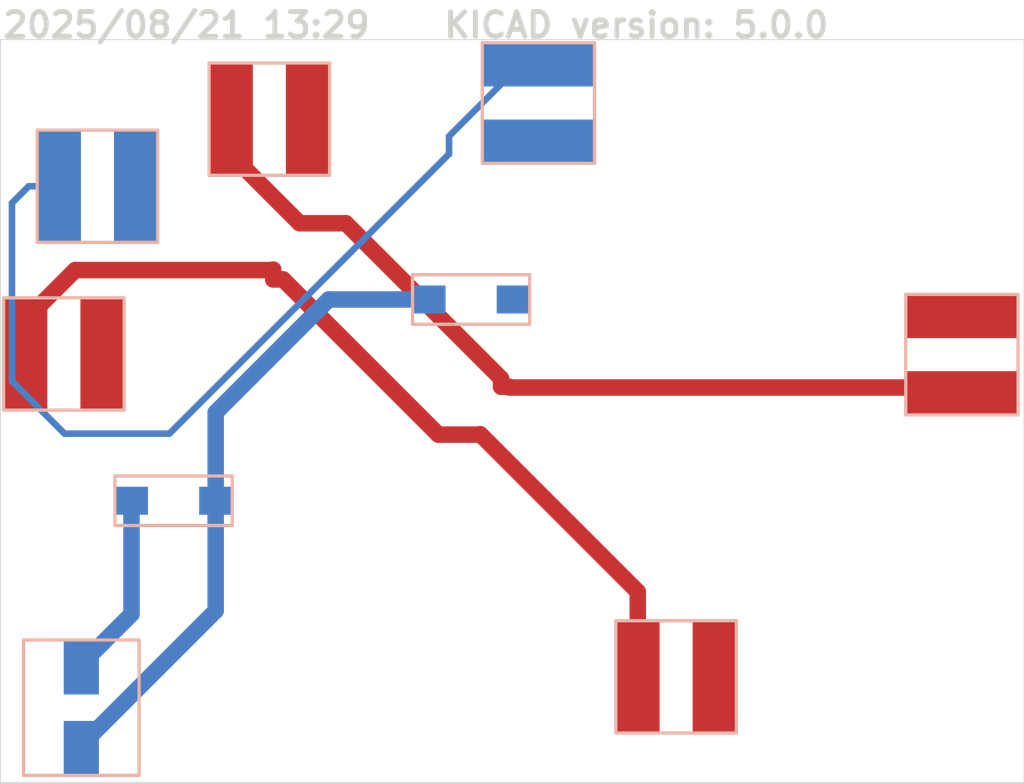
<source format=kicad_pcb>
(kicad_pcb (version 20221018) (generator pcbnew)
  (layers (0 "F.Cu" signal "Top") (31 "B.Cu" signal "Bottom") (34 "B.Paste" user) (35 "F.Paste" user) (36 "B.SilkS" user "B.Silkscreen") (37 "F.SilkS" user "F.Silkscreen") (38 "B.Mask" user) (39 "F.Mask" user) (44 "Edge.Cuts" user))
  (net 0 "")
  (net 1 "Y-")
  (net 2 "W-")
  (net 3 "NetD2_1")
  (net 4 "NetD1_1")
  (net 5 "GND")
  (net 6 "VIN")
  (footprint "MIJI_ADPcbLib.PcbLib:CDRH6D38-3D_30" (layer "B.Cu") (at 102.34683 94.04556 180)
    (fp_text reference 71 hide)
    (fp_text value "" (at 0 0 180) (layer "F.SilkS") (effects (font (size 1.27 1.27))))
    (fp_line (start -3.65 -3.4) (end 3.65 -3.4) (stroke (width 0.2)) (layer "B.SilkS"))
    (fp_line (start -3.65 3.4) (end -3.65 -3.4) (stroke (width 0.2)) (layer "B.SilkS"))
    (fp_line (start 3.65 -3.4) (end 3.65 3.4) (stroke (width 0.2)) (layer "B.SilkS"))
    (fp_line (start 3.65 3.4) (end -3.65 3.4) (stroke (width 0.2)) (layer "B.SilkS"))
    (pad 1 smd rect (at -2.325 0 180) (size 2.65 6.8) (layers "F.Cu" "B.Paste" "B.Mask"))
    (pad 2 smd rect (at 2.325 0 180) (size 2.65 6.8) (layers "F.Cu" "B.Paste" "B.Mask") (net 4 "NetD1_1"))
  )
  (footprint "MIJI_ADPcbLib.PcbLib:SMD-EC6.3X6.3X10_18" (layer "B.Cu") (at 103.40183 115.47156 90)
    (fp_text reference 59 hide)
    (fp_text value "" (at 0 0 90) (layer "F.SilkS") (effects (font (size 1.27 1.27))))
    (fp_line (start -4.1 -3.5) (end 4.1 -3.5) (stroke (width 0.2)) (layer "B.SilkS"))
    (fp_line (start -4.1 3.5) (end -4.1 -3.5) (stroke (width 0.2)) (layer "B.SilkS"))
    (fp_line (start 4.1 -3.5) (end 4.1 3.5) (stroke (width 0.2)) (layer "B.SilkS"))
    (fp_line (start 4.1 3.5) (end -4.1 3.5) (stroke (width 0.2)) (layer "B.SilkS"))
    (pad 1 smd rect (at -2.45 0 270) (size 3.3 2.132) (layers "B.Cu" "B.Paste" "B.Mask") (net 6 "VIN"))
    (pad 2 smd rect (at 2.45 0 270) (size 3.3 2.132) (layers "B.Cu" "B.Paste" "B.Mask") (net 5 "GND"))
  )
  (footprint "MIJI_ADPcbLib.PcbLib:DO-214AC_13" (layer "B.Cu") (at 127.01383 90.74356 180)
    (fp_text reference 54 hide)
    (fp_text value "" (at 0 0 180) (layer "F.SilkS") (effects (font (size 1.27 1.27))))
    (fp_line (start -3.55 -1.5) (end 3.55 -1.5) (stroke (width 0.2)) (layer "B.SilkS"))
    (fp_line (start -3.55 1.5) (end -3.55 -1.5) (stroke (width 0.2)) (layer "B.SilkS"))
    (fp_line (start 3.55 -1.5) (end 3.55 1.5) (stroke (width 0.2)) (layer "B.SilkS"))
    (fp_line (start 3.55 1.5) (end -3.55 1.5) (stroke (width 0.2)) (layer "B.SilkS"))
    (pad 1 smd rect (at 2.55 0) (size 1.999996 1.699997) (layers "B.Cu" "B.Paste" "B.Mask") (net 6 "VIN"))
    (pad 2 smd rect (at -2.55 0) (size 1.999996 1.699997) (layers "B.Cu" "B.Paste" "B.Mask"))
  )
  (footprint "MIJI_ADPcbLib.PcbLib:CDRH6D38-3D_11" (layer "B.Cu") (at 104.37883 83.88556)
    (fp_text reference 52 hide)
    (fp_text value "" (at 0 0) (layer "F.SilkS") (effects (font (size 1.27 1.27))))
    (fp_line (start -3.65 -3.4) (end 3.65 -3.4) (stroke (width 0.2)) (layer "B.SilkS"))
    (fp_line (start -3.65 3.4) (end -3.65 -3.4) (stroke (width 0.2)) (layer "B.SilkS"))
    (fp_line (start 3.65 -3.4) (end 3.65 3.4) (stroke (width 0.2)) (layer "B.SilkS"))
    (fp_line (start 3.65 3.4) (end -3.65 3.4) (stroke (width 0.2)) (layer "B.SilkS"))
    (pad 1 smd rect (at -2.325 0) (size 2.65 6.8) (layers "B.Cu" "B.Paste" "B.Mask") (net 1 "Y-"))
    (pad 2 smd rect (at 2.325 0) (size 2.65 6.8) (layers "B.Cu" "B.Paste" "B.Mask") (net 3 "NetD2_1"))
  )
  (footprint "MIJI_ADPcbLib.PcbLib:CDRH6D38-3D_30" (layer "B.Cu") (at 139.43083 113.60356 180)
    (fp_text reference 71 hide)
    (fp_text value "" (at 0 0 180) (layer "F.SilkS") (effects (font (size 1.27 1.27))))
    (fp_line (start -3.65 -3.4) (end 3.65 -3.4) (stroke (width 0.2)) (layer "B.SilkS"))
    (fp_line (start -3.65 3.4) (end -3.65 -3.4) (stroke (width 0.2)) (layer "B.SilkS"))
    (fp_line (start 3.65 -3.4) (end 3.65 3.4) (stroke (width 0.2)) (layer "B.SilkS"))
    (fp_line (start 3.65 3.4) (end -3.65 3.4) (stroke (width 0.2)) (layer "B.SilkS"))
    (pad 1 smd rect (at -2.325 0 180) (size 2.65 6.8) (layers "F.Cu" "B.Paste" "B.Mask"))
    (pad 2 smd rect (at 2.325 0 180) (size 2.65 6.8) (layers "F.Cu" "B.Paste" "B.Mask") (net 4 "NetD1_1"))
  )
  (footprint "MIJI_ADPcbLib.PcbLib:CDRH6D38-3D_30" (layer "B.Cu") (at 156.74183 94.08456 -90)
    (fp_text reference 71 hide)
    (fp_text value "" (at 0 0 90) (layer "F.SilkS") (effects (font (size 1.27 1.27))))
    (fp_line (start -3.65 -3.4) (end 3.65 -3.4) (stroke (width 0.2)) (layer "B.SilkS"))
    (fp_line (start -3.65 3.4) (end -3.65 -3.4) (stroke (width 0.2)) (layer "B.SilkS"))
    (fp_line (start 3.65 -3.4) (end 3.65 3.4) (stroke (width 0.2)) (layer "B.SilkS"))
    (fp_line (start 3.65 3.4) (end -3.65 3.4) (stroke (width 0.2)) (layer "B.SilkS"))
    (pad 1 smd rect (at -2.325 0 270) (size 2.65 6.8) (layers "F.Cu" "B.Paste" "B.Mask"))
    (pad 2 smd rect (at 2.325 0 270) (size 2.65 6.8) (layers "F.Cu" "B.Paste" "B.Mask") (net 2 "W-"))
  )
  (footprint "MIJI_ADPcbLib.PcbLib:CDRH6D38-3D_30" (layer "B.Cu") (at 114.79283 79.82156 180)
    (fp_text reference 71 hide)
    (fp_text value "" (at 0 0 180) (layer "F.SilkS") (effects (font (size 1.27 1.27))))
    (fp_line (start -3.65 -3.4) (end 3.65 -3.4) (stroke (width 0.2)) (layer "B.SilkS"))
    (fp_line (start -3.65 3.4) (end -3.65 -3.4) (stroke (width 0.2)) (layer "B.SilkS"))
    (fp_line (start 3.65 -3.4) (end 3.65 3.4) (stroke (width 0.2)) (layer "B.SilkS"))
    (fp_line (start 3.65 3.4) (end -3.65 3.4) (stroke (width 0.2)) (layer "B.SilkS"))
    (pad 1 smd rect (at -2.325 0 180) (size 2.65 6.8) (layers "F.Cu" "B.Paste" "B.Mask"))
    (pad 2 smd rect (at 2.325 0 180) (size 2.65 6.8) (layers "F.Cu" "B.Paste" "B.Mask") (net 2 "W-"))
  )
  (footprint "MIJI_ADPcbLib.PcbLib:CDRH6D38-3D_11" (layer "B.Cu") (at 131.08783 78.84456 -90)
    (fp_text reference 52 hide)
    (fp_text value "" (at 0 0 90) (layer "F.SilkS") (effects (font (size 1.27 1.27))))
    (fp_line (start -3.65 -3.4) (end 3.65 -3.4) (stroke (width 0.2)) (layer "B.SilkS"))
    (fp_line (start -3.65 3.4) (end -3.65 -3.4) (stroke (width 0.2)) (layer "B.SilkS"))
    (fp_line (start 3.65 -3.4) (end 3.65 3.4) (stroke (width 0.2)) (layer "B.SilkS"))
    (fp_line (start 3.65 3.4) (end -3.65 3.4) (stroke (width 0.2)) (layer "B.SilkS"))
    (pad 1 smd rect (at -2.325 0 270) (size 2.65 6.8) (layers "B.Cu" "B.Paste" "B.Mask") (net 1 "Y-"))
    (pad 2 smd rect (at 2.325 0 270) (size 2.65 6.8) (layers "B.Cu" "B.Paste" "B.Mask"))
  )
  (footprint "MIJI_ADPcbLib.PcbLib:DO-214AC_13" (layer "B.Cu") (at 108.98983 102.93556 180)
    (fp_text reference 54 hide)
    (fp_text value "" (at 0 0 180) (layer "F.SilkS") (effects (font (size 1.27 1.27))))
    (fp_line (start -3.55 -1.5) (end 3.55 -1.5) (stroke (width 0.2)) (layer "B.SilkS"))
    (fp_line (start -3.55 1.5) (end -3.55 -1.5) (stroke (width 0.2)) (layer "B.SilkS"))
    (fp_line (start 3.55 -1.5) (end 3.55 1.5) (stroke (width 0.2)) (layer "B.SilkS"))
    (fp_line (start 3.55 1.5) (end -3.55 1.5) (stroke (width 0.2)) (layer "B.SilkS"))
    (pad 1 smd rect (at 2.55 0) (size 1.999996 1.699997) (layers "B.Cu" "B.Paste" "B.Mask") (net 5 "GND"))
    (pad 2 smd rect (at -2.55 0) (size 1.999996 1.699997) (layers "B.Cu" "B.Paste" "B.Mask") (net 6 "VIN"))
  )
  (gr_line (start 160.5011 75.003598) (end 98.501099 75.003598) (stroke (width 0.05)) (layer "Edge.Cuts"))
  (gr_line (start 98.501099 75.003598) (end 98.501099 120.003599) (stroke (width 0.05)) (layer "Edge.Cuts"))
  (gr_line (start 160.5011 120.003599) (end 160.5011 75.003598) (stroke (width 0.05)) (layer "Edge.Cuts"))
  (gr_line (start 98.501099 120.003599) (end 160.5011 120.003599) (stroke (width 0.05)) (layer "Edge.Cuts"))
  (gr_text "2025/08/21 13:29    KICAD version: 5.0.0" (at 98.501099 75.003598) (layer "Edge.Cuts") (effects (font (size 1.5 1.5) (thickness 0.3) bold) (justify left bottom)))
  (segment (start 99.201099 95.686829) (end 99.201099 84.90156) (width 0.4) (layer "B.Cu") (net 1))
  (segment (start 108.73583 98.87156) (end 102.38583 98.87156) (width 0.4) (layer "B.Cu") (net 1))
  (segment (start 125.67583 81.93156) (end 125.67583 80.85656) (width 0.4) (layer "B.Cu") (net 1))
  (segment (start 125.67583 80.85656) (end 130.01283 76.51956) (width 0.4) (layer "B.Cu") (net 1))
  (segment (start 130.01283 76.51956) (end 131.08783 76.51956) (width 0.4) (layer "B.Cu") (net 1))
  (segment (start 100.217099 83.88556) (end 102.05383 83.88556) (width 0.4) (layer "B.Cu") (net 1))
  (segment (start 99.201099 84.90156) (end 100.217099 83.88556) (width 0.4) (layer "B.Cu") (net 1))
  (segment (start 102.38583 98.87156) (end 99.201099 95.686829) (width 0.4) (layer "B.Cu") (net 1))
  (segment (start 125.67583 81.93156) (end 108.73583 98.87156) (width 0.4) (layer "B.Cu") (net 1))
  (segment (start 112.46783 78.80556) (end 112.46783 81.969082) (width 1) (layer "F.Cu") (net 2))
  (segment (start 137.10583 108.44556) (end 137.10583 116.39756) (width 1) (layer "F.Cu") (net 4))
  (segment (start 100.02183 94.04556) (end 100.02183 91.97056) (width 1) (layer "F.Cu") (net 4))
  (segment (start 100.02183 91.97056) (end 103.02683 88.96556) (width 1) (layer "F.Cu") (net 4))
  (segment (start 106.43983 102.93556) (end 106.43983 109.80356) (width 1) (layer "B.Cu") (net 5))
  (segment (start 106.43983 109.80356) (end 103.40183 112.84156) (width 1) (layer "B.Cu") (net 5))
  (segment (start 111.53983 102.93556) (end 111.53983 97.59156) (width 1) (layer "B.Cu") (net 6))
  (segment (start 111.53983 102.93556) (end 111.53983 109.60356) (width 1) (layer "B.Cu") (net 6))
  (segment (start 111.53983 97.59156) (end 118.38783 90.74356) (width 1) (layer "B.Cu") (net 6))
  (segment (start 124.46383 90.74356) (end 118.38783 90.74356) (width 1) (layer "B.Cu") (net 6))
  (segment (start 111.53983 109.60356) (end 103.40183 117.74156) (width 1) (layer "B.Cu") (net 6))
  (segment (start 129.301099 96.07756) (end 154.12383 96.07756) (width 1) (layer "F.Cu") (net 2))
  (segment (start 112.46783 81.969082) (end 116.602346 86.103598) (width 1) (layer "F.Cu") (net 2))
  (segment (start 103.02683 88.96556) (end 115.001099 88.96556) (width 1) (layer "F.Cu") (net 4))
  (segment (start 127.563868 98.903598) (end 137.10583 108.44556) (width 1) (layer "F.Cu") (net 4))
  (segment (start 116.626101 86.128599) (end 119.426101 86.128599) (width 1) (layer "F.Cu") (net 2))
  (segment (start 119.426101 86.128599) (end 128.826101 95.528599) (width 1) (layer "F.Cu") (net 2))
  (segment (start 128.826101 95.528599) (end 128.826101 96.028599) (width 1) (layer "F.Cu") (net 2))
  (segment (start 128.826101 96.028599) (end 129.326101 96.028599) (width 1) (layer "F.Cu") (net 2))
  (segment (start 127.526101 98.928599) (end 125.026101 98.928599) (width 1) (layer "F.Cu") (net 4))
  (segment (start 125.026101 98.928599) (end 115.626101 89.528599) (width 1) (layer "F.Cu") (net 4))
  (segment (start 115.626101 89.528599) (end 115.026101 89.528599) (width 1) (layer "F.Cu") (net 4))
  (segment (start 115.026101 89.528599) (end 115.026101 88.928599) (width 1) (layer "F.Cu") (net 4))
)
</source>
